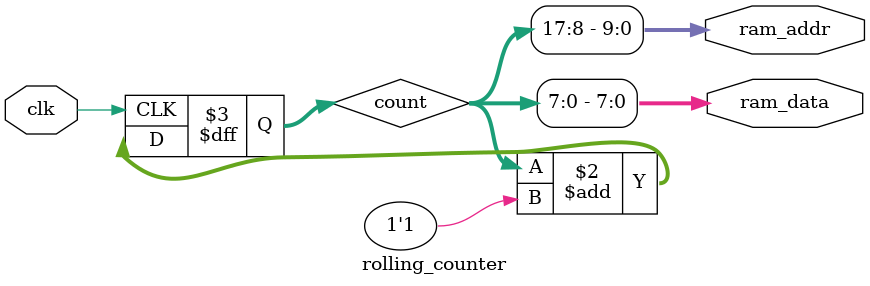
<source format=v>
`timescale 1ns / 1ps
module rolling_counter
(
   input  wire clk,
	output wire [9:0] ram_addr,
	output wire [7:0] ram_data
);

reg [17:0] count;

always @(posedge clk)
  count <= count + 1'b1;

assign ram_addr = count[17:8];
assign ram_data = count[7:0];

endmodule

</source>
